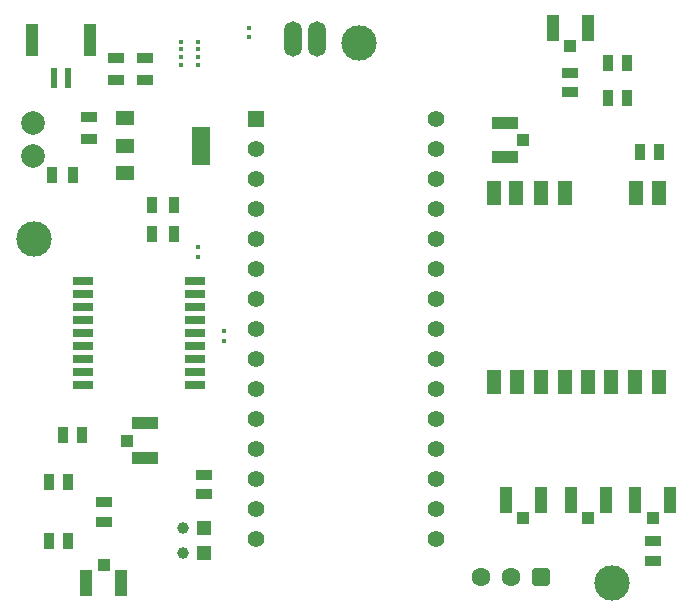
<source format=gbr>
G04*
G04 #@! TF.GenerationSoftware,Altium Limited,Altium Designer,24.6.1 (21)*
G04*
G04 Layer_Color=255*
%FSLAX25Y25*%
%MOIN*%
G70*
G04*
G04 #@! TF.SameCoordinates,FB6864B3-348A-4B3C-8FDE-2C751703143F*
G04*
G04*
G04 #@! TF.FilePolarity,Positive*
G04*
G01*
G75*
%ADD21R,0.05000X0.07874*%
%ADD22R,0.01772X0.01772*%
%ADD23R,0.05315X0.03347*%
%ADD24R,0.05512X0.03740*%
%ADD25O,0.05906X0.11811*%
%ADD26R,0.03937X0.04134*%
%ADD27R,0.04134X0.08661*%
%ADD28R,0.03347X0.05315*%
%ADD29R,0.05906X0.04724*%
%ADD30R,0.05906X0.12992*%
%ADD31R,0.04134X0.03937*%
%ADD32R,0.08661X0.04134*%
%ADD33R,0.03740X0.05512*%
%ADD34R,0.04724X0.04724*%
%ADD35R,0.03937X0.10630*%
%ADD36R,0.02362X0.06693*%
%ADD41R,0.07087X0.02756*%
%ADD42R,0.07087X0.03150*%
%ADD46R,0.01378X0.01378*%
%ADD55R,0.05567X0.05567*%
%ADD56C,0.05567*%
%ADD59C,0.03937*%
%ADD60C,0.07874*%
%ADD61C,0.11811*%
G04:AMPARAMS|DCode=62|XSize=62.99mil|YSize=62.99mil|CornerRadius=15.75mil|HoleSize=0mil|Usage=FLASHONLY|Rotation=180.000|XOffset=0mil|YOffset=0mil|HoleType=Round|Shape=RoundedRectangle|*
%AMROUNDEDRECTD62*
21,1,0.06299,0.03150,0,0,180.0*
21,1,0.03150,0.06299,0,0,180.0*
1,1,0.03150,-0.01575,0.01575*
1,1,0.03150,0.01575,0.01575*
1,1,0.03150,0.01575,-0.01575*
1,1,0.03150,-0.01575,-0.01575*
%
%ADD62ROUNDEDRECTD62*%
%ADD63C,0.06299*%
D21*
X185087Y141762D02*
D03*
X185039Y78740D02*
D03*
X200461Y78770D02*
D03*
X192961D02*
D03*
X177213Y78762D02*
D03*
X169339Y78740D02*
D03*
X216583D02*
D03*
X161465Y78770D02*
D03*
X208709Y141762D02*
D03*
X208459Y78762D02*
D03*
X161465Y141770D02*
D03*
X168965D02*
D03*
X177213Y141762D02*
D03*
X216583D02*
D03*
D22*
X62992Y123622D02*
D03*
Y120473D02*
D03*
X71653Y95669D02*
D03*
Y92520D02*
D03*
X79921Y196850D02*
D03*
Y193701D02*
D03*
D23*
X64961Y41339D02*
D03*
Y47835D02*
D03*
X187008Y181693D02*
D03*
Y175197D02*
D03*
X31496Y32185D02*
D03*
Y38681D02*
D03*
X214567Y19094D02*
D03*
Y25591D02*
D03*
D24*
X26377Y159744D02*
D03*
Y167028D02*
D03*
X45276Y186713D02*
D03*
Y179429D02*
D03*
X35433Y186713D02*
D03*
Y179429D02*
D03*
D25*
X102362Y192913D02*
D03*
X94488D02*
D03*
D26*
X187008Y190847D02*
D03*
X171358Y33366D02*
D03*
X192913D02*
D03*
X214469D02*
D03*
X31496Y17815D02*
D03*
D27*
X192815Y196850D02*
D03*
X181201D02*
D03*
X177165Y39370D02*
D03*
X165551D02*
D03*
X198721D02*
D03*
X187106D02*
D03*
X208661D02*
D03*
X220276D02*
D03*
X37303Y11811D02*
D03*
X25689D02*
D03*
D28*
X206004Y185039D02*
D03*
X199508D02*
D03*
X206004Y173228D02*
D03*
X199508D02*
D03*
X210039Y155512D02*
D03*
X216535D02*
D03*
X13189Y45276D02*
D03*
X19685D02*
D03*
Y25591D02*
D03*
X13189D02*
D03*
X17717Y61024D02*
D03*
X24213D02*
D03*
D29*
X38583Y166535D02*
D03*
Y157480D02*
D03*
Y148425D02*
D03*
D30*
X63779Y157480D02*
D03*
D31*
X171358Y159350D02*
D03*
X39272Y59055D02*
D03*
D32*
X165354Y165157D02*
D03*
Y153543D02*
D03*
X45276Y64862D02*
D03*
Y53248D02*
D03*
D33*
X54823Y137795D02*
D03*
X47539D02*
D03*
X21358Y147638D02*
D03*
X14075D02*
D03*
X54823Y127953D02*
D03*
X47539D02*
D03*
D34*
X64961Y29921D02*
D03*
Y21654D02*
D03*
D35*
X26967Y192618D02*
D03*
X7478D02*
D03*
D36*
X19683Y180020D02*
D03*
X14762D02*
D03*
D41*
X62008Y77576D02*
D03*
Y112222D02*
D03*
X24606D02*
D03*
Y77576D02*
D03*
D42*
X62008Y81906D02*
D03*
Y86237D02*
D03*
Y90568D02*
D03*
Y94899D02*
D03*
Y99229D02*
D03*
Y103560D02*
D03*
Y107891D02*
D03*
X24606D02*
D03*
Y103560D02*
D03*
Y99229D02*
D03*
Y94899D02*
D03*
Y90568D02*
D03*
Y86237D02*
D03*
Y81906D02*
D03*
D46*
X57087Y192126D02*
D03*
Y189567D02*
D03*
Y187008D02*
D03*
Y184449D02*
D03*
X62795D02*
D03*
Y187008D02*
D03*
Y189567D02*
D03*
Y192126D02*
D03*
D55*
X82205Y166270D02*
D03*
D56*
Y156270D02*
D03*
Y146270D02*
D03*
Y136270D02*
D03*
Y126270D02*
D03*
Y116270D02*
D03*
Y106270D02*
D03*
Y96270D02*
D03*
Y86270D02*
D03*
Y76270D02*
D03*
Y66270D02*
D03*
Y56270D02*
D03*
Y46270D02*
D03*
Y36270D02*
D03*
Y26270D02*
D03*
X142205D02*
D03*
Y36270D02*
D03*
Y46270D02*
D03*
Y56270D02*
D03*
Y66270D02*
D03*
Y76270D02*
D03*
Y86270D02*
D03*
Y96270D02*
D03*
Y106270D02*
D03*
Y116270D02*
D03*
Y126270D02*
D03*
Y136270D02*
D03*
Y146270D02*
D03*
Y156270D02*
D03*
Y166270D02*
D03*
D59*
X57874Y21654D02*
D03*
Y29921D02*
D03*
D60*
X7874Y153937D02*
D03*
Y164961D02*
D03*
D61*
X8268Y126378D02*
D03*
X116535Y191732D02*
D03*
X200787Y11811D02*
D03*
D62*
X177165Y13780D02*
D03*
D63*
X167165D02*
D03*
X157165D02*
D03*
M02*

</source>
